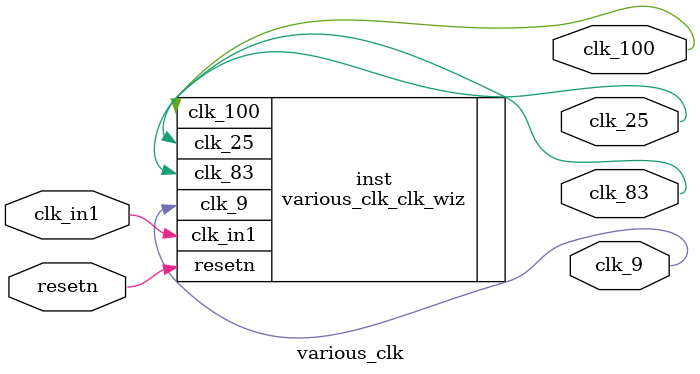
<source format=v>


`timescale 1ps/1ps

(* CORE_GENERATION_INFO = "various_clk,clk_wiz_v5_4_3_0,{component_name=various_clk,use_phase_alignment=true,use_min_o_jitter=false,use_max_i_jitter=false,use_dyn_phase_shift=false,use_inclk_switchover=false,use_dyn_reconfig=false,enable_axi=0,feedback_source=FDBK_AUTO,PRIMITIVE=MMCM,num_out_clk=4,clkin1_period=10.000,clkin2_period=10.000,use_power_down=false,use_reset=true,use_locked=false,use_inclk_stopped=false,feedback_type=SINGLE,CLOCK_MGR_TYPE=NA,manual_override=false}" *)

module various_clk 
 (
  // Clock out ports
  output        clk_100,
  output        clk_83,
  output        clk_25,
  output        clk_9,
  // Status and control signals
  input         resetn,
 // Clock in ports
  input         clk_in1
 );

  various_clk_clk_wiz inst
  (
  // Clock out ports  
  .clk_100(clk_100),
  .clk_83(clk_83),
  .clk_25(clk_25),
  .clk_9(clk_9),
  // Status and control signals               
  .resetn(resetn), 
 // Clock in ports
  .clk_in1(clk_in1)
  );

endmodule

</source>
